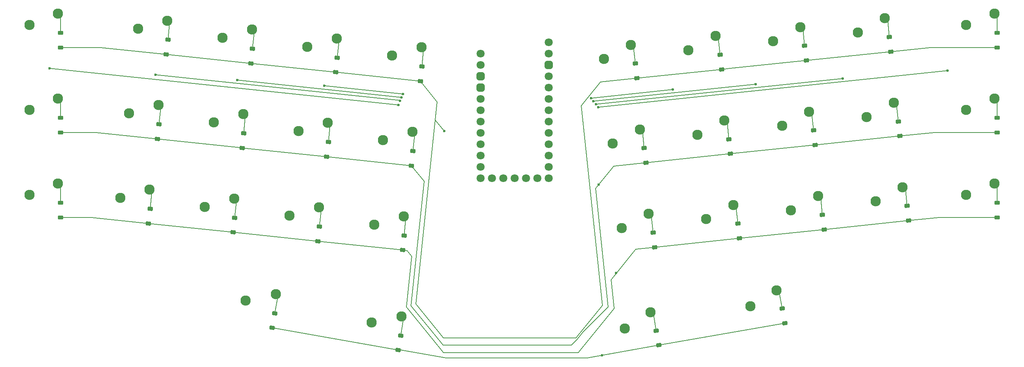
<source format=gbr>
%TF.GenerationSoftware,KiCad,Pcbnew,8.0.4*%
%TF.CreationDate,2024-12-12T17:25:20-05:00*%
%TF.ProjectId,babier-v,62616269-6572-42d7-962e-6b696361645f,rev?*%
%TF.SameCoordinates,Original*%
%TF.FileFunction,Copper,L2,Bot*%
%TF.FilePolarity,Positive*%
%FSLAX46Y46*%
G04 Gerber Fmt 4.6, Leading zero omitted, Abs format (unit mm)*
G04 Created by KiCad (PCBNEW 8.0.4) date 2024-12-12 17:25:20*
%MOMM*%
%LPD*%
G01*
G04 APERTURE LIST*
G04 Aperture macros list*
%AMRoundRect*
0 Rectangle with rounded corners*
0 $1 Rounding radius*
0 $2 $3 $4 $5 $6 $7 $8 $9 X,Y pos of 4 corners*
0 Add a 4 corners polygon primitive as box body*
4,1,4,$2,$3,$4,$5,$6,$7,$8,$9,$2,$3,0*
0 Add four circle primitives for the rounded corners*
1,1,$1+$1,$2,$3*
1,1,$1+$1,$4,$5*
1,1,$1+$1,$6,$7*
1,1,$1+$1,$8,$9*
0 Add four rect primitives between the rounded corners*
20,1,$1+$1,$2,$3,$4,$5,0*
20,1,$1+$1,$4,$5,$6,$7,0*
20,1,$1+$1,$6,$7,$8,$9,0*
20,1,$1+$1,$8,$9,$2,$3,0*%
G04 Aperture macros list end*
%TA.AperFunction,ComponentPad*%
%ADD10C,2.300000*%
%TD*%
%TA.AperFunction,SMDPad,CuDef*%
%ADD11RoundRect,0.225000X0.349427X-0.262966X0.396465X0.184569X-0.349427X0.262966X-0.396465X-0.184569X0*%
%TD*%
%TA.AperFunction,SMDPad,CuDef*%
%ADD12RoundRect,0.225000X0.396465X-0.184569X0.349427X0.262966X-0.396465X0.184569X-0.349427X-0.262966X0*%
%TD*%
%TA.AperFunction,SMDPad,CuDef*%
%ADD13RoundRect,0.225000X0.330232X-0.286700X0.408374X0.156464X-0.330232X0.286700X-0.408374X-0.156464X0*%
%TD*%
%TA.AperFunction,SMDPad,CuDef*%
%ADD14RoundRect,0.225000X0.375000X-0.225000X0.375000X0.225000X-0.375000X0.225000X-0.375000X-0.225000X0*%
%TD*%
%TA.AperFunction,ComponentPad*%
%ADD15C,1.800000*%
%TD*%
%TA.AperFunction,ComponentPad*%
%ADD16RoundRect,0.450000X-0.450000X-0.450000X0.450000X-0.450000X0.450000X0.450000X-0.450000X0.450000X0*%
%TD*%
%TA.AperFunction,SMDPad,CuDef*%
%ADD17RoundRect,0.225000X0.408374X-0.156464X0.330232X0.286700X-0.408374X0.156464X-0.330232X-0.286700X0*%
%TD*%
%TA.AperFunction,ViaPad*%
%ADD18C,0.600000*%
%TD*%
%TA.AperFunction,Conductor*%
%ADD19C,0.200000*%
%TD*%
G04 APERTURE END LIST*
D10*
%TO.P,SW7,2,2*%
%TO.N,Net-(D7-A)*%
X179837067Y-28365160D03*
%TO.P,SW7,1,1*%
%TO.N,/F5*%
X173787354Y-31555002D03*
%TD*%
D11*
%TO.P,D24,2,A*%
%TO.N,Net-(D24-A)*%
X91206406Y-71102070D03*
%TO.P,D24,1,K*%
%TO.N,/B2*%
X90861460Y-74383998D03*
%TD*%
D10*
%TO.P,SW26,2,2*%
%TO.N,Net-(D26-A)*%
X164873956Y-68247708D03*
%TO.P,SW26,1,1*%
%TO.N,/F4*%
X158824243Y-71437550D03*
%TD*%
D12*
%TO.P,D7,2,A*%
%TO.N,Net-(D7-A)*%
X180837141Y-32563599D03*
%TO.P,D7,1,K*%
%TO.N,/E6*%
X181182089Y-35845525D03*
%TD*%
D10*
%TO.P,SW23,2,2*%
%TO.N,Net-(D23-A)*%
X72155446Y-64796179D03*
%TO.P,SW23,1,1*%
%TO.N,/D4*%
X65574727Y-66658509D03*
%TD*%
D11*
%TO.P,D25,2,A*%
%TO.N,Net-(D25-A)*%
X110152048Y-73093336D03*
%TO.P,D25,1,K*%
%TO.N,/B2*%
X109807102Y-76375264D03*
%TD*%
D10*
%TO.P,SW28,2,2*%
%TO.N,Net-(D28-A)*%
X202765241Y-64265175D03*
%TO.P,SW28,1,1*%
%TO.N,/F6*%
X196715528Y-67455017D03*
%TD*%
%TO.P,SW8,2,2*%
%TO.N,Net-(D8-A)*%
X198782706Y-26373891D03*
%TO.P,SW8,1,1*%
%TO.N,/F6*%
X192732993Y-29563733D03*
%TD*%
%TO.P,SW15,2,2*%
%TO.N,Net-(D15-A)*%
X112037996Y-49833072D03*
%TO.P,SW15,1,1*%
%TO.N,/D1*%
X105457277Y-51695402D03*
%TD*%
D11*
%TO.P,D4,2,A*%
%TO.N,Net-(D4-A)*%
X95188940Y-33210786D03*
%TO.P,D4,1,K*%
%TO.N,/E6*%
X94843994Y-36492714D03*
%TD*%
D10*
%TO.P,SW5,2,2*%
%TO.N,Net-(D5-A)*%
X114029263Y-30887430D03*
%TO.P,SW5,1,1*%
%TO.N,/D1*%
X107448544Y-32749760D03*
%TD*%
%TO.P,SW1,2,2*%
%TO.N,Net-(D1-A)*%
X32699254Y-23363766D03*
%TO.P,SW1,1,1*%
%TO.N,/D7*%
X26349252Y-25903766D03*
%TD*%
D12*
%TO.P,D16,2,A*%
%TO.N,Net-(D16-A)*%
X163882766Y-53500509D03*
%TO.P,D16,1,K*%
%TO.N,/B3*%
X164227714Y-56782435D03*
%TD*%
D10*
%TO.P,SW24,2,2*%
%TO.N,Net-(D24-A)*%
X91101088Y-66787447D03*
%TO.P,SW24,1,1*%
%TO.N,/D0*%
X84520369Y-68649777D03*
%TD*%
D11*
%TO.P,D23,2,A*%
%TO.N,Net-(D23-A)*%
X72260764Y-69110804D03*
%TO.P,D23,1,K*%
%TO.N,/B2*%
X71915818Y-72392732D03*
%TD*%
D10*
%TO.P,SW6,2,2*%
%TO.N,Net-(D6-A)*%
X160891423Y-30356424D03*
%TO.P,SW6,1,1*%
%TO.N,/F4*%
X154841710Y-33546266D03*
%TD*%
D12*
%TO.P,D18,2,A*%
%TO.N,Net-(D18-A)*%
X201774050Y-49517975D03*
%TO.P,D18,1,K*%
%TO.N,/B3*%
X202118998Y-52799901D03*
%TD*%
D10*
%TO.P,SW25,2,2*%
%TO.N,Net-(D25-A)*%
X110046732Y-68778715D03*
%TO.P,SW25,1,1*%
%TO.N,/D1*%
X103466013Y-70641045D03*
%TD*%
%TO.P,SW33,1,1*%
%TO.N,/F4*%
X159493233Y-93946743D03*
%TO.P,SW33,2,2*%
%TO.N,Net-(D33-A)*%
X165305696Y-90342665D03*
%TD*%
%TO.P,SW22,2,2*%
%TO.N,Net-(D22-A)*%
X53209803Y-62804913D03*
%TO.P,SW22,1,1*%
%TO.N,/C6*%
X46629084Y-64667243D03*
%TD*%
%TO.P,SW17,2,2*%
%TO.N,Net-(D17-A)*%
X181828331Y-47310799D03*
%TO.P,SW17,1,1*%
%TO.N,/F5*%
X175778618Y-50500641D03*
%TD*%
D13*
%TO.P,D32,2,A*%
%TO.N,Net-(D32-A)*%
X109369725Y-95536262D03*
%TO.P,D32,1,K*%
%TO.N,/B6*%
X108796687Y-98786128D03*
%TD*%
D10*
%TO.P,SW32,2,2*%
%TO.N,Net-(D32-A)*%
X109565638Y-91224798D03*
%TO.P,SW32,1,1*%
%TO.N,/D1*%
X102871042Y-92623544D03*
%TD*%
%TO.P,SW29,2,2*%
%TO.N,Net-(D29-A)*%
X221710882Y-62273907D03*
%TO.P,SW29,1,1*%
%TO.N,/F7*%
X215661169Y-65463749D03*
%TD*%
D14*
%TO.P,D1,2,A*%
%TO.N,Net-(D1-A)*%
X33254998Y-27643750D03*
%TO.P,D1,1,K*%
%TO.N,/E6*%
X33254998Y-30943750D03*
%TD*%
D15*
%TO.P,U1,30,VBUS*%
%TO.N,unconnected-(U1-VBUS-Pad30)*%
X142474880Y-29793144D03*
%TO.P,U1,29,F0*%
%TO.N,unconnected-(U1-F0-Pad29)*%
X139934878Y-60273142D03*
%TO.P,U1,28,F1*%
%TO.N,unconnected-(U1-F1-Pad28)*%
X137394881Y-60273143D03*
%TO.P,U1,27,C7*%
%TO.N,unconnected-(U1-C7-Pad27)*%
X134854881Y-60273143D03*
%TO.P,U1,26,D5*%
%TO.N,unconnected-(U1-D5-Pad26)*%
X132314880Y-60273142D03*
%TO.P,U1,25,B7*%
%TO.N,unconnected-(U1-B7-Pad25)*%
X129774880Y-60273140D03*
%TO.P,U1,24,B6*%
%TO.N,/B6*%
X142474880Y-60273143D03*
%TO.P,U1,23,B2*%
%TO.N,/B2*%
X142474881Y-57733143D03*
%TO.P,U1,22,B3*%
%TO.N,/B3*%
X142474881Y-55193145D03*
%TO.P,U1,21,B1*%
%TO.N,/B1*%
X142474881Y-52653143D03*
%TO.P,U1,20,F7*%
%TO.N,/F7*%
X142474881Y-50113142D03*
%TO.P,U1,19,F6*%
%TO.N,/F6*%
X142474880Y-47573143D03*
%TO.P,U1,18,F5*%
%TO.N,/F5*%
X142474880Y-45033143D03*
%TO.P,U1,17,F4*%
%TO.N,/F4*%
X142474880Y-42493141D03*
%TO.P,U1,16,VCC*%
%TO.N,unconnected-(U1-VCC-Pad16)*%
X142474881Y-39953143D03*
%TO.P,U1,15,RST*%
%TO.N,unconnected-(U1-RST-Pad15)*%
X142474882Y-37413145D03*
D16*
%TO.P,U1,14,GND*%
%TO.N,unconnected-(U1-GND-Pad14)*%
X142474878Y-34873143D03*
D15*
%TO.P,U1,13,B0*%
%TO.N,unconnected-(U1-B0-Pad13)*%
X142474880Y-32333143D03*
%TO.P,U1,12,B5*%
%TO.N,unconnected-(U1-B5-Pad12)*%
X127234880Y-60273143D03*
%TO.P,U1,11,B4*%
%TO.N,unconnected-(U1-B4-Pad11)*%
X127234882Y-57733143D03*
%TO.P,U1,10,E6*%
%TO.N,/E6*%
X127234878Y-55193141D03*
%TO.P,U1,9,D7*%
%TO.N,/D7*%
X127234879Y-52653143D03*
%TO.P,U1,8,C6*%
%TO.N,/C6*%
X127234880Y-50113145D03*
%TO.P,U1,7,D4*%
%TO.N,/D4*%
X127234880Y-47573143D03*
%TO.P,U1,6,D0*%
%TO.N,/D0*%
X127234880Y-45033143D03*
%TO.P,U1,5,D1*%
%TO.N,/D1*%
X127234879Y-42493144D03*
D16*
%TO.P,U1,4,GND*%
%TO.N,unconnected-(U1-GND-Pad4)*%
X127234879Y-39953143D03*
%TO.P,U1,3,GND*%
%TO.N,unconnected-(U1-GND-Pad3)*%
X127234879Y-37413141D03*
D15*
%TO.P,U1,2,D2-RX*%
%TO.N,unconnected-(U1-D2-RX-Pad2)*%
X127234879Y-34873143D03*
%TO.P,U1,1,D3-TX*%
%TO.N,unconnected-(U1-D3-TX-Pad1)*%
X127234880Y-32333143D03*
%TD*%
D10*
%TO.P,SW4,2,2*%
%TO.N,Net-(D4-A)*%
X95083620Y-28896159D03*
%TO.P,SW4,1,1*%
%TO.N,/D0*%
X88502901Y-30758489D03*
%TD*%
D12*
%TO.P,D29,2,A*%
%TO.N,Net-(D29-A)*%
X222710960Y-66472350D03*
%TO.P,D29,1,K*%
%TO.N,/B2*%
X223055908Y-69754276D03*
%TD*%
D10*
%TO.P,SW14,2,2*%
%TO.N,Net-(D14-A)*%
X93092354Y-47841805D03*
%TO.P,SW14,1,1*%
%TO.N,/D0*%
X86511635Y-49704135D03*
%TD*%
%TO.P,SW18,2,2*%
%TO.N,Net-(D18-A)*%
X200773974Y-45319535D03*
%TO.P,SW18,1,1*%
%TO.N,/F6*%
X194724261Y-48509377D03*
%TD*%
D11*
%TO.P,D15,2,A*%
%TO.N,Net-(D15-A)*%
X112143316Y-54147694D03*
%TO.P,D15,1,K*%
%TO.N,/B3*%
X111798370Y-57429622D03*
%TD*%
D14*
%TO.P,D11,2,A*%
%TO.N,Net-(D11-A)*%
X33255000Y-46693750D03*
%TO.P,D11,1,K*%
%TO.N,/B3*%
X33255000Y-49993750D03*
%TD*%
D12*
%TO.P,D19,2,A*%
%TO.N,Net-(D19-A)*%
X220719694Y-47526709D03*
%TO.P,D19,1,K*%
%TO.N,/B3*%
X221064642Y-50808635D03*
%TD*%
D14*
%TO.P,D20,2,A*%
%TO.N,Net-(D20-A)*%
X242805000Y-46693748D03*
%TO.P,D20,1,K*%
%TO.N,/B3*%
X242805000Y-49993748D03*
%TD*%
D10*
%TO.P,SW10,2,2*%
%TO.N,Net-(D10-A)*%
X242249257Y-23363768D03*
%TO.P,SW10,1,1*%
%TO.N,/B1*%
X235899255Y-25903768D03*
%TD*%
D14*
%TO.P,D10,2,A*%
%TO.N,Net-(D10-A)*%
X242805000Y-27643750D03*
%TO.P,D10,1,K*%
%TO.N,/E6*%
X242805000Y-30943750D03*
%TD*%
D10*
%TO.P,SW31,2,2*%
%TO.N,Net-(D31-A)*%
X81424757Y-86262802D03*
%TO.P,SW31,1,1*%
%TO.N,/D0*%
X74730161Y-87661548D03*
%TD*%
%TO.P,SW13,2,2*%
%TO.N,Net-(D13-A)*%
X74146711Y-45850535D03*
%TO.P,SW13,1,1*%
%TO.N,/D4*%
X67565992Y-47712865D03*
%TD*%
%TO.P,SW21,2,2*%
%TO.N,Net-(D21-A)*%
X32699256Y-61463768D03*
%TO.P,SW21,1,1*%
%TO.N,/D7*%
X26349254Y-64003768D03*
%TD*%
D17*
%TO.P,D33,2,A*%
%TO.N,Net-(D33-A)*%
X166596209Y-94461116D03*
%TO.P,D33,1,K*%
%TO.N,/B6*%
X167169249Y-97710982D03*
%TD*%
D12*
%TO.P,D17,2,A*%
%TO.N,Net-(D17-A)*%
X182828409Y-51509241D03*
%TO.P,D17,1,K*%
%TO.N,/B3*%
X183173357Y-54791167D03*
%TD*%
D11*
%TO.P,D13,2,A*%
%TO.N,Net-(D13-A)*%
X74252031Y-50165159D03*
%TO.P,D13,1,K*%
%TO.N,/B3*%
X73907085Y-53447087D03*
%TD*%
D10*
%TO.P,SW19,2,2*%
%TO.N,Net-(D19-A)*%
X219719614Y-43328266D03*
%TO.P,SW19,1,1*%
%TO.N,/F7*%
X213669901Y-46518108D03*
%TD*%
D14*
%TO.P,D21,2,A*%
%TO.N,Net-(D21-A)*%
X33255001Y-65743748D03*
%TO.P,D21,1,K*%
%TO.N,/B2*%
X33255001Y-69043748D03*
%TD*%
D11*
%TO.P,D12,2,A*%
%TO.N,Net-(D12-A)*%
X55306389Y-48173894D03*
%TO.P,D12,1,K*%
%TO.N,/B3*%
X54961443Y-51455822D03*
%TD*%
D10*
%TO.P,SW34,1,1*%
%TO.N,/F5*%
X187634113Y-88984744D03*
%TO.P,SW34,2,2*%
%TO.N,Net-(D34-A)*%
X193446576Y-85380666D03*
%TD*%
%TO.P,SW11,2,2*%
%TO.N,Net-(D11-A)*%
X32699257Y-42413765D03*
%TO.P,SW11,1,1*%
%TO.N,/D7*%
X26349255Y-44953765D03*
%TD*%
%TO.P,SW20,2,2*%
%TO.N,Net-(D20-A)*%
X242249257Y-42413770D03*
%TO.P,SW20,1,1*%
%TO.N,/B1*%
X235899255Y-44953770D03*
%TD*%
%TO.P,SW3,2,2*%
%TO.N,Net-(D3-A)*%
X76137978Y-26904896D03*
%TO.P,SW3,1,1*%
%TO.N,/D4*%
X69557259Y-28767226D03*
%TD*%
%TO.P,SW12,2,2*%
%TO.N,Net-(D12-A)*%
X55201068Y-43859272D03*
%TO.P,SW12,1,1*%
%TO.N,/C6*%
X48620349Y-45721602D03*
%TD*%
%TO.P,SW16,2,2*%
%TO.N,Net-(D16-A)*%
X162882689Y-49302066D03*
%TO.P,SW16,1,1*%
%TO.N,/F4*%
X156832976Y-52491908D03*
%TD*%
D11*
%TO.P,D2,2,A*%
%TO.N,Net-(D2-A)*%
X57297655Y-29228251D03*
%TO.P,D2,1,K*%
%TO.N,/E6*%
X56952709Y-32510179D03*
%TD*%
D10*
%TO.P,SW9,2,2*%
%TO.N,Net-(D9-A)*%
X217728346Y-24382623D03*
%TO.P,SW9,1,1*%
%TO.N,/F7*%
X211678633Y-27572465D03*
%TD*%
D12*
%TO.P,D27,2,A*%
%TO.N,Net-(D27-A)*%
X184819678Y-70454882D03*
%TO.P,D27,1,K*%
%TO.N,/B2*%
X185164626Y-73736808D03*
%TD*%
D10*
%TO.P,SW2,2,2*%
%TO.N,Net-(D2-A)*%
X57192337Y-24913628D03*
%TO.P,SW2,1,1*%
%TO.N,/C6*%
X50611618Y-26775958D03*
%TD*%
%TO.P,SW27,2,2*%
%TO.N,Net-(D27-A)*%
X183819599Y-66256442D03*
%TO.P,SW27,1,1*%
%TO.N,/F5*%
X177769886Y-69446284D03*
%TD*%
D14*
%TO.P,D30,2,A*%
%TO.N,Net-(D30-A)*%
X242804999Y-65743749D03*
%TO.P,D30,1,K*%
%TO.N,/B2*%
X242804999Y-69043749D03*
%TD*%
D10*
%TO.P,SW30,2,2*%
%TO.N,Net-(D30-A)*%
X242249256Y-61463768D03*
%TO.P,SW30,1,1*%
%TO.N,/B1*%
X235899254Y-64003768D03*
%TD*%
D11*
%TO.P,D5,2,A*%
%TO.N,Net-(D5-A)*%
X114134582Y-35202053D03*
%TO.P,D5,1,K*%
%TO.N,/E6*%
X113789636Y-38483981D03*
%TD*%
D17*
%TO.P,D34,1,K*%
%TO.N,/B6*%
X195310129Y-92748991D03*
%TO.P,D34,2,A*%
%TO.N,Net-(D34-A)*%
X194737089Y-89499125D03*
%TD*%
D11*
%TO.P,D3,2,A*%
%TO.N,Net-(D3-A)*%
X76243299Y-31219518D03*
%TO.P,D3,1,K*%
%TO.N,/E6*%
X75898353Y-34501446D03*
%TD*%
%TO.P,D14,2,A*%
%TO.N,Net-(D14-A)*%
X93197674Y-52156426D03*
%TO.P,D14,1,K*%
%TO.N,/B3*%
X92852728Y-55438354D03*
%TD*%
%TO.P,D22,2,A*%
%TO.N,Net-(D22-A)*%
X53315121Y-67119536D03*
%TO.P,D22,1,K*%
%TO.N,/B2*%
X52970175Y-70401464D03*
%TD*%
D12*
%TO.P,D28,2,A*%
%TO.N,Net-(D28-A)*%
X203765318Y-68463617D03*
%TO.P,D28,1,K*%
%TO.N,/B2*%
X204110266Y-71745543D03*
%TD*%
%TO.P,D26,2,A*%
%TO.N,Net-(D26-A)*%
X165874033Y-72446153D03*
%TO.P,D26,1,K*%
%TO.N,/B2*%
X166218981Y-75728079D03*
%TD*%
%TO.P,D9,2,A*%
%TO.N,Net-(D9-A)*%
X218728425Y-28581066D03*
%TO.P,D9,1,K*%
%TO.N,/E6*%
X219073373Y-31862992D03*
%TD*%
%TO.P,D8,2,A*%
%TO.N,Net-(D8-A)*%
X199782785Y-30572333D03*
%TO.P,D8,1,K*%
%TO.N,/E6*%
X200127733Y-33854259D03*
%TD*%
D13*
%TO.P,D31,2,A*%
%TO.N,Net-(D31-A)*%
X81228845Y-90574262D03*
%TO.P,D31,1,K*%
%TO.N,/B6*%
X80655807Y-93824128D03*
%TD*%
D12*
%TO.P,D6,2,A*%
%TO.N,Net-(D6-A)*%
X161891500Y-34554866D03*
%TO.P,D6,1,K*%
%TO.N,/E6*%
X162236448Y-37836792D03*
%TD*%
D18*
%TO.N,/E6*%
X119120161Y-49667298D03*
%TO.N,/B6*%
X154453315Y-99953142D03*
%TO.N,/B2*%
X157586264Y-81543220D03*
%TO.N,/B3*%
X153702287Y-61715588D03*
%TO.N,/B1*%
X153639585Y-44377161D03*
X231709554Y-36171677D03*
%TO.N,/F7*%
X153063928Y-43683534D03*
X208259893Y-37882204D03*
%TO.N,/F6*%
X188788320Y-39174618D03*
X152488271Y-42989907D03*
%TO.N,/F5*%
X170311269Y-40362503D03*
X151975539Y-42289666D03*
%TO.N,/D7*%
X30855592Y-35614154D03*
X108925561Y-43819638D03*
%TO.N,/C6*%
X54580016Y-37102183D03*
X109268054Y-42874694D03*
%TO.N,/D4*%
X72808437Y-38263936D03*
X109599336Y-42146506D03*
%TO.N,/D0*%
X92280010Y-39556349D03*
X109913418Y-41410737D03*
%TD*%
D19*
%TO.N,/B3*%
X155830929Y-89143337D02*
X150165895Y-94808371D01*
X153034794Y-62539876D02*
X155830929Y-89143337D01*
X153702287Y-61715588D02*
X153034794Y-62539876D01*
X150165895Y-94808371D02*
X148845895Y-96438435D01*
X147623353Y-97660977D02*
X118881089Y-97660977D01*
%TO.N,/E6*%
X117545675Y-43122302D02*
X117117676Y-47194435D01*
X117117676Y-47194435D02*
X112779745Y-88467093D01*
X119120161Y-49667298D02*
X117117676Y-47194435D01*
%TO.N,Net-(D25-A)*%
X110152048Y-73093336D02*
X110541337Y-69389502D01*
X110541337Y-69389502D02*
X110046732Y-68778716D01*
%TO.N,/B3*%
X54961442Y-51455823D02*
X41156886Y-50004906D01*
%TO.N,/E6*%
X56952709Y-32510179D02*
X42169480Y-30956399D01*
X42169480Y-30956399D02*
X42159237Y-30943750D01*
X219073370Y-31862992D02*
X227898945Y-30935386D01*
X227898945Y-30935386D02*
X227909273Y-30943750D01*
%TO.N,/B3*%
X242805000Y-49993746D02*
X228888902Y-49993748D01*
X221064640Y-50808634D02*
X228880730Y-49987130D01*
%TO.N,/B2*%
X242804999Y-69043750D02*
X229885629Y-69043750D01*
X223055904Y-69754275D02*
X229877642Y-69037282D01*
%TO.N,/E6*%
X242805000Y-30943750D02*
X227909273Y-30943750D01*
X227909273Y-30943750D02*
X227909255Y-30943768D01*
%TO.N,/B6*%
X167169248Y-97710982D02*
X154453315Y-99953142D01*
%TO.N,/B3*%
X157089536Y-57532687D02*
X153702287Y-61715588D01*
X164227711Y-56782433D02*
X157089536Y-57532687D01*
%TO.N,/E6*%
X112779745Y-88467093D02*
X118867803Y-95985220D01*
X148639306Y-96057946D02*
X118940528Y-96057945D01*
X149828046Y-43988187D02*
X154535513Y-88776737D01*
X162236445Y-37836790D02*
X154118409Y-38690033D01*
X154118409Y-38690033D02*
X149828046Y-43988187D01*
X154535513Y-88776737D02*
X148639306Y-96057946D01*
%TO.N,/B1*%
X231709554Y-36171677D02*
X153639585Y-44377161D01*
%TO.N,/F6*%
X188788320Y-39174618D02*
X152488271Y-42989907D01*
%TO.N,/F7*%
X208259893Y-37882204D02*
X153063928Y-43683534D01*
%TO.N,/F5*%
X170311269Y-40362503D02*
X152070775Y-42279656D01*
%TO.N,/D7*%
X30855592Y-35614154D02*
X108925561Y-43819638D01*
%TO.N,/C6*%
X54580016Y-37102183D02*
X109278720Y-42851248D01*
X109277019Y-42867433D02*
X109268054Y-42874694D01*
X109278720Y-42851248D02*
X109277019Y-42867433D01*
%TO.N,/D4*%
X72808437Y-38263936D02*
X109585448Y-42129355D01*
X109585448Y-42129355D02*
X109599336Y-42146506D01*
%TO.N,/D0*%
X109912494Y-41409598D02*
X109913418Y-41410737D01*
X92280010Y-39556349D02*
X109912494Y-41409598D01*
%TO.N,/E6*%
X113789636Y-38483981D02*
X117545675Y-43122302D01*
%TO.N,/B6*%
X195310130Y-92748989D02*
X167169253Y-97710985D01*
%TO.N,/B2*%
X204110262Y-71745542D02*
X223055906Y-69754273D01*
X185164622Y-73736806D02*
X204110263Y-71745540D01*
X166218979Y-75728075D02*
X185164620Y-73736808D01*
%TO.N,/B3*%
X183173354Y-54791166D02*
X164227712Y-56782432D01*
X202118996Y-52799899D02*
X201980414Y-52814462D01*
X201980413Y-52814463D02*
X183173354Y-54791166D01*
X221064639Y-50808633D02*
X202118998Y-52799896D01*
%TO.N,/E6*%
X200127729Y-33854256D02*
X219073373Y-31862989D01*
X181182089Y-35845523D02*
X183032548Y-35651031D01*
X183032549Y-35651032D02*
X200127729Y-33854256D01*
X162236445Y-37836789D02*
X181182089Y-35845523D01*
%TO.N,/B2*%
X90861461Y-74383995D02*
X109807102Y-76375262D01*
X71915817Y-72392728D02*
X90861461Y-74383995D01*
X52970177Y-70401459D02*
X71915818Y-72392725D01*
%TO.N,/B3*%
X73907084Y-53447086D02*
X73494523Y-53403723D01*
X73494524Y-53403724D02*
X54961444Y-51455819D01*
X92852728Y-55438352D02*
X73907084Y-53447086D01*
X111798368Y-57429620D02*
X92852728Y-55438352D01*
%TO.N,/E6*%
X75898354Y-34501441D02*
X56952710Y-32510175D01*
X94843993Y-36492713D02*
X94799675Y-36488051D01*
X94799670Y-36488050D02*
X75898354Y-34501441D01*
X113789638Y-38483978D02*
X94843993Y-36492713D01*
%TO.N,Net-(D33-A)*%
X166596209Y-94461119D02*
X165949502Y-90793460D01*
X165949502Y-90793460D02*
X165305696Y-90342665D01*
%TO.N,Net-(D34-A)*%
X194737091Y-89499125D02*
X194090385Y-85831466D01*
X194090385Y-85831466D02*
X193446579Y-85380669D01*
%TO.N,Net-(D31-A)*%
X81228848Y-90574264D02*
X81875555Y-86906609D01*
X81875555Y-86906609D02*
X81424756Y-86262801D01*
%TO.N,Net-(D32-A)*%
X109369729Y-95536259D02*
X110016437Y-91868605D01*
X110016437Y-91868605D02*
X109565638Y-91224797D01*
%TO.N,Net-(D26-A)*%
X165874037Y-72446152D02*
X165484746Y-68742318D01*
X165484746Y-68742318D02*
X164873954Y-68247708D01*
%TO.N,Net-(D16-A)*%
X163882771Y-53500511D02*
X163493479Y-49796677D01*
X163493479Y-49796677D02*
X162882689Y-49302067D01*
%TO.N,Net-(D6-A)*%
X161891501Y-34554869D02*
X161502211Y-30851034D01*
X161502211Y-30851034D02*
X160891421Y-30356425D01*
%TO.N,Net-(D7-A)*%
X180837143Y-32563601D02*
X180447854Y-28859766D01*
X180447854Y-28859766D02*
X179837064Y-28365157D01*
%TO.N,Net-(D17-A)*%
X182828412Y-51509243D02*
X182439120Y-47805411D01*
X182439120Y-47805411D02*
X181828332Y-47310799D01*
%TO.N,Net-(D27-A)*%
X184819681Y-70454886D02*
X184430390Y-66751053D01*
X184430390Y-66751053D02*
X183819598Y-66256443D01*
%TO.N,Net-(D28-A)*%
X203765322Y-68463618D02*
X203376030Y-64759783D01*
X203376030Y-64759783D02*
X202765240Y-64265174D01*
%TO.N,Net-(D18-A)*%
X201774052Y-49517977D02*
X201384765Y-45814141D01*
X201384765Y-45814141D02*
X200773973Y-45319532D01*
%TO.N,Net-(D8-A)*%
X199782785Y-30572335D02*
X199393497Y-26868503D01*
X199393497Y-26868503D02*
X198782707Y-26373892D01*
%TO.N,Net-(D9-A)*%
X218728426Y-28581070D02*
X218339137Y-24877233D01*
X218339137Y-24877233D02*
X217728348Y-24382623D01*
%TO.N,Net-(D19-A)*%
X220719696Y-47526710D02*
X220330406Y-43822867D01*
X220330406Y-43822867D02*
X219719615Y-43328264D01*
%TO.N,Net-(D29-A)*%
X222710962Y-66472352D02*
X222321674Y-62768518D01*
X222321674Y-62768518D02*
X221710882Y-62273905D01*
%TO.N,Net-(D2-A)*%
X57297656Y-29228259D02*
X57686942Y-25524419D01*
X57686942Y-25524419D02*
X57192334Y-24913627D01*
%TO.N,Net-(D3-A)*%
X76243297Y-31219522D02*
X76632586Y-27515687D01*
X76632586Y-27515687D02*
X76137976Y-26904896D01*
%TO.N,Net-(D4-A)*%
X95188939Y-33210790D02*
X95578227Y-29506957D01*
X95578227Y-29506957D02*
X95083617Y-28896164D01*
%TO.N,Net-(D5-A)*%
X114134581Y-35202057D02*
X114523872Y-31498221D01*
X114523872Y-31498221D02*
X114029261Y-30887427D01*
%TO.N,Net-(D15-A)*%
X112143316Y-54147701D02*
X112532603Y-50443863D01*
X112532603Y-50443863D02*
X112037994Y-49833071D01*
%TO.N,Net-(D14-A)*%
X93197671Y-52156435D02*
X93586959Y-48452595D01*
X93586959Y-48452595D02*
X93092352Y-47841804D01*
%TO.N,Net-(D13-A)*%
X74252028Y-50165164D02*
X74641317Y-46461329D01*
X74641317Y-46461329D02*
X74146711Y-45850536D01*
%TO.N,Net-(D24-A)*%
X91206405Y-71102074D02*
X91595691Y-67398235D01*
X91595691Y-67398235D02*
X91101085Y-66787446D01*
%TO.N,Net-(D23-A)*%
X72260764Y-69110808D02*
X72650055Y-65406970D01*
X72650055Y-65406970D02*
X72155442Y-64796179D01*
%TO.N,Net-(D12-A)*%
X55306388Y-48173898D02*
X55695676Y-44470057D01*
X55695676Y-44470057D02*
X55201067Y-43859268D01*
%TO.N,Net-(D22-A)*%
X53315121Y-67119535D02*
X53704412Y-63415706D01*
X53704412Y-63415706D02*
X53209800Y-62804911D01*
%TO.N,Net-(D1-A)*%
X33255000Y-27643750D02*
X33255000Y-23919513D01*
%TO.N,Net-(D21-A)*%
X33255000Y-62019513D02*
X32699254Y-61463767D01*
%TO.N,Net-(D11-A)*%
X33255000Y-46693750D02*
X33254999Y-42969509D01*
%TO.N,Net-(D20-A)*%
X242804999Y-42969514D02*
X242249254Y-42413770D01*
%TO.N,Net-(D21-A)*%
X33255001Y-65743750D02*
X33255000Y-62019513D01*
%TO.N,Net-(D20-A)*%
X242805000Y-46693750D02*
X242804999Y-42969514D01*
%TO.N,Net-(D10-A)*%
X242804999Y-23919512D02*
X242249255Y-23363768D01*
X242805000Y-27643750D02*
X242804999Y-23919512D01*
%TO.N,Net-(D1-A)*%
X33255000Y-23919513D02*
X32699255Y-23363768D01*
%TO.N,Net-(D30-A)*%
X242805000Y-65743752D02*
X242805000Y-62019513D01*
X242805000Y-62019513D02*
X242249255Y-61463769D01*
%TO.N,Net-(D11-A)*%
X33254999Y-42969509D02*
X32699255Y-42413768D01*
%TO.N,/B3*%
X115960428Y-94080315D02*
X118896705Y-97706317D01*
X111798370Y-57429622D02*
X114664414Y-60968892D01*
X114664414Y-60968892D02*
X111732959Y-88859826D01*
%TO.N,/B6*%
X108796686Y-98786128D02*
X108977502Y-98659519D01*
X108977502Y-98659519D02*
X119562680Y-100525972D01*
X119562680Y-100525972D02*
X151151253Y-100525972D01*
X154453315Y-99953142D02*
X151159255Y-100533974D01*
X80655808Y-93824129D02*
X108796688Y-98786126D01*
%TO.N,/B3*%
X111732959Y-88859826D02*
X115960428Y-94080315D01*
X33255001Y-49993750D02*
X41147851Y-49993750D01*
%TO.N,/E6*%
X33254998Y-30943750D02*
X42159237Y-30943750D01*
%TO.N,/B3*%
X41147851Y-49993750D02*
X41159255Y-50005154D01*
%TO.N,/E6*%
X42159237Y-30943750D02*
X42159255Y-30943768D01*
%TO.N,/B2*%
X52970173Y-70401463D02*
X40169199Y-69056028D01*
X33255001Y-69043748D02*
X40159256Y-69043747D01*
X166218977Y-75728078D02*
X162014640Y-76169971D01*
X118988453Y-99364571D02*
X110699239Y-89128243D01*
X156446910Y-83045545D02*
X157126345Y-89509937D01*
X162014640Y-76169971D02*
X156446910Y-83045545D01*
X157126345Y-89509937D02*
X149116405Y-99401391D01*
X149116405Y-99401391D02*
X119025273Y-99401391D01*
X110699239Y-89128243D02*
X111888250Y-77815557D01*
X111888250Y-77815557D02*
X110807030Y-76480361D01*
X110807030Y-76480361D02*
X109807102Y-76375264D01*
X119025273Y-99401391D02*
X118988453Y-99364571D01*
X40169199Y-69056028D02*
X40159256Y-69043747D01*
%TO.N,/B6*%
X108796688Y-98786126D02*
X108796689Y-98786129D01*
X151151253Y-100525972D02*
X151159255Y-100533974D01*
%TO.N,/E6*%
X94799675Y-36488051D02*
X94799670Y-36488050D01*
X56952710Y-32510175D02*
X56952708Y-32510176D01*
%TO.N,/B3*%
X73494523Y-53403723D02*
X73494524Y-53403724D01*
%TO.N,/B2*%
X71915818Y-72392725D02*
X71915817Y-72392728D01*
X109807102Y-76375262D02*
X109807103Y-76375263D01*
%TO.N,/E6*%
X183032548Y-35651031D02*
X183032549Y-35651032D01*
%TO.N,/B3*%
X202118998Y-52799896D02*
X202118996Y-52799899D01*
X201980414Y-52814462D02*
X201980413Y-52814463D01*
%TO.N,/B2*%
X185164620Y-73736808D02*
X185164622Y-73736806D01*
X204110263Y-71745540D02*
X204110262Y-71745542D01*
%TO.N,/B6*%
X167169253Y-97710985D02*
X167169248Y-97710983D01*
%TO.N,/E6*%
X118940528Y-96057945D02*
X118867803Y-95985220D01*
%TO.N,/B2*%
X229877642Y-69037282D02*
X229885629Y-69043750D01*
%TO.N,/B3*%
X228880730Y-49987130D02*
X228888902Y-49993748D01*
X41156886Y-50004906D02*
X41147851Y-49993750D01*
X148845895Y-96438435D02*
X147623353Y-97660977D01*
%TD*%
M02*

</source>
